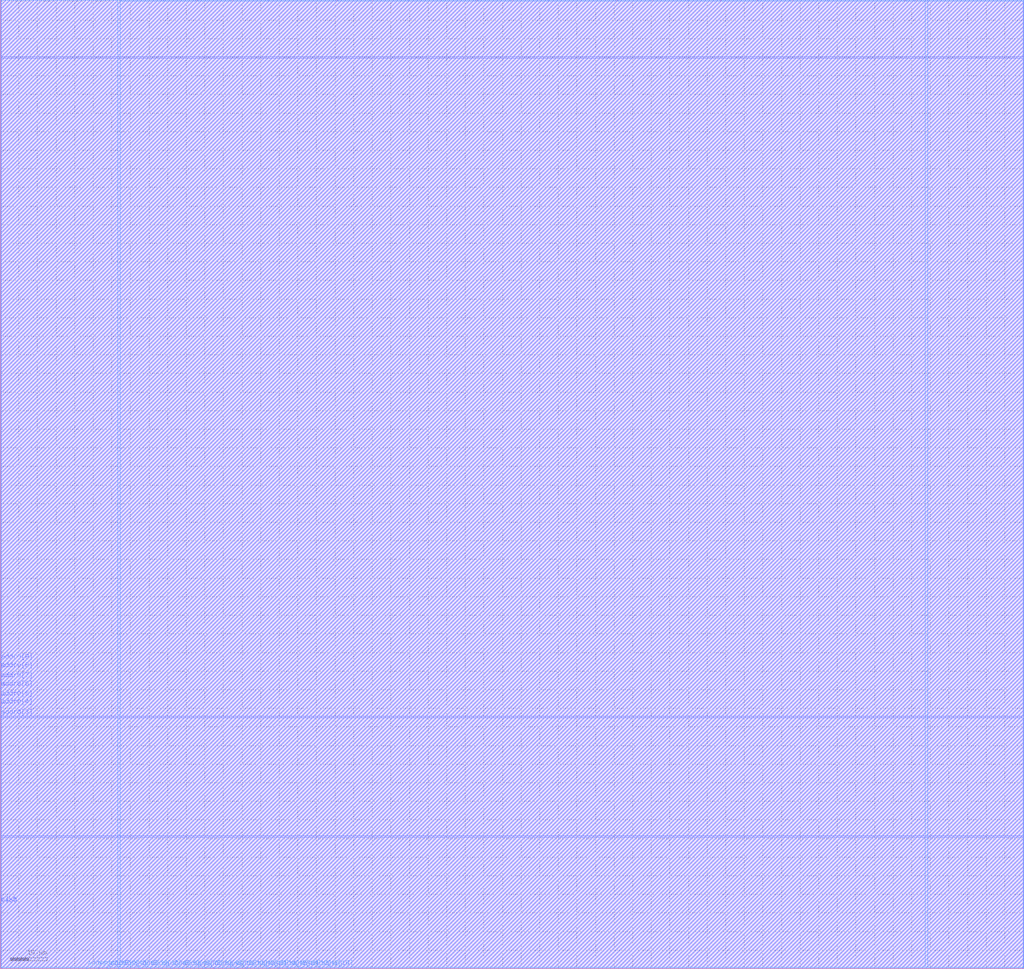
<source format=lef>
VERSION 5.4 ;
NAMESCASESENSITIVE ON ;
BUSBITCHARS "[]" ;
DIVIDERCHAR "/" ;
UNITS
  DATABASE MICRONS 2000 ;
END UNITS
MACRO sram_0rw1r1w_20_1024_freepdk45
   CLASS BLOCK ;
   SIZE 275.2 BY 260.45 ;
   SYMMETRY X Y R90 ;
   PIN din0[0]
      DIRECTION INPUT ;
      PORT
         LAYER metal4 ;
         RECT  31.85 0.0 31.99 0.14 ;
      END
   END din0[0]
   PIN din0[1]
      DIRECTION INPUT ;
      PORT
         LAYER metal4 ;
         RECT  34.71 0.0 34.85 0.14 ;
      END
   END din0[1]
   PIN din0[2]
      DIRECTION INPUT ;
      PORT
         LAYER metal4 ;
         RECT  37.57 0.0 37.71 0.14 ;
      END
   END din0[2]
   PIN din0[3]
      DIRECTION INPUT ;
      PORT
         LAYER metal4 ;
         RECT  40.43 0.0 40.57 0.14 ;
      END
   END din0[3]
   PIN din0[4]
      DIRECTION INPUT ;
      PORT
         LAYER metal4 ;
         RECT  43.29 0.0 43.43 0.14 ;
      END
   END din0[4]
   PIN din0[5]
      DIRECTION INPUT ;
      PORT
         LAYER metal4 ;
         RECT  46.15 0.0 46.29 0.14 ;
      END
   END din0[5]
   PIN din0[6]
      DIRECTION INPUT ;
      PORT
         LAYER metal4 ;
         RECT  49.01 0.0 49.15 0.14 ;
      END
   END din0[6]
   PIN din0[7]
      DIRECTION INPUT ;
      PORT
         LAYER metal4 ;
         RECT  51.87 0.0 52.01 0.14 ;
      END
   END din0[7]
   PIN din0[8]
      DIRECTION INPUT ;
      PORT
         LAYER metal4 ;
         RECT  54.73 0.0 54.87 0.14 ;
      END
   END din0[8]
   PIN din0[9]
      DIRECTION INPUT ;
      PORT
         LAYER metal4 ;
         RECT  57.59 0.0 57.73 0.14 ;
      END
   END din0[9]
   PIN din0[10]
      DIRECTION INPUT ;
      PORT
         LAYER metal4 ;
         RECT  60.45 0.0 60.59 0.14 ;
      END
   END din0[10]
   PIN din0[11]
      DIRECTION INPUT ;
      PORT
         LAYER metal4 ;
         RECT  63.31 0.0 63.45 0.14 ;
      END
   END din0[11]
   PIN din0[12]
      DIRECTION INPUT ;
      PORT
         LAYER metal4 ;
         RECT  66.17 0.0 66.31 0.14 ;
      END
   END din0[12]
   PIN din0[13]
      DIRECTION INPUT ;
      PORT
         LAYER metal4 ;
         RECT  69.03 0.0 69.17 0.14 ;
      END
   END din0[13]
   PIN din0[14]
      DIRECTION INPUT ;
      PORT
         LAYER metal4 ;
         RECT  71.89 0.0 72.03 0.14 ;
      END
   END din0[14]
   PIN din0[15]
      DIRECTION INPUT ;
      PORT
         LAYER metal4 ;
         RECT  74.75 0.0 74.89 0.14 ;
      END
   END din0[15]
   PIN din0[16]
      DIRECTION INPUT ;
      PORT
         LAYER metal4 ;
         RECT  77.61 0.0 77.75 0.14 ;
      END
   END din0[16]
   PIN din0[17]
      DIRECTION INPUT ;
      PORT
         LAYER metal4 ;
         RECT  80.47 0.0 80.61 0.14 ;
      END
   END din0[17]
   PIN din0[18]
      DIRECTION INPUT ;
      PORT
         LAYER metal4 ;
         RECT  83.33 0.0 83.47 0.14 ;
      END
   END din0[18]
   PIN din0[19]
      DIRECTION INPUT ;
      PORT
         LAYER metal4 ;
         RECT  86.19 0.0 86.33 0.14 ;
      END
   END din0[19]
   PIN addr0[0]
      DIRECTION INPUT ;
      PORT
         LAYER metal4 ;
         RECT  23.27 0.0 23.41 0.14 ;
      END
   END addr0[0]
   PIN addr0[1]
      DIRECTION INPUT ;
      PORT
         LAYER metal4 ;
         RECT  26.13 0.0 26.27 0.14 ;
      END
   END addr0[1]
   PIN addr0[2]
      DIRECTION INPUT ;
      PORT
         LAYER metal4 ;
         RECT  28.99 0.0 29.13 0.14 ;
      END
   END addr0[2]
   PIN addr0[3]
      DIRECTION INPUT ;
      PORT
         LAYER metal3 ;
         RECT  0.0 67.57 0.14 67.71 ;
      END
   END addr0[3]
   PIN addr0[4]
      DIRECTION INPUT ;
      PORT
         LAYER metal3 ;
         RECT  0.0 70.3 0.14 70.44 ;
      END
   END addr0[4]
   PIN addr0[5]
      DIRECTION INPUT ;
      PORT
         LAYER metal3 ;
         RECT  0.0 72.51 0.14 72.65 ;
      END
   END addr0[5]
   PIN addr0[6]
      DIRECTION INPUT ;
      PORT
         LAYER metal3 ;
         RECT  0.0 75.24 0.14 75.38 ;
      END
   END addr0[6]
   PIN addr0[7]
      DIRECTION INPUT ;
      PORT
         LAYER metal3 ;
         RECT  0.0 77.45 0.14 77.59 ;
      END
   END addr0[7]
   PIN addr0[8]
      DIRECTION INPUT ;
      PORT
         LAYER metal3 ;
         RECT  0.0 80.18 0.14 80.32 ;
      END
   END addr0[8]
   PIN addr0[9]
      DIRECTION INPUT ;
      PORT
         LAYER metal3 ;
         RECT  0.0 82.39 0.14 82.53 ;
      END
   END addr0[9]
   PIN addr1[0]
      DIRECTION INPUT ;
      PORT
         LAYER metal4 ;
         RECT  248.93 260.31 249.07 260.45 ;
      END
   END addr1[0]
   PIN addr1[1]
      DIRECTION INPUT ;
      PORT
         LAYER metal4 ;
         RECT  246.07 260.31 246.21 260.45 ;
      END
   END addr1[1]
   PIN addr1[2]
      DIRECTION INPUT ;
      PORT
         LAYER metal4 ;
         RECT  243.21 260.31 243.35 260.45 ;
      END
   END addr1[2]
   PIN addr1[3]
      DIRECTION INPUT ;
      PORT
         LAYER metal3 ;
         RECT  275.06 35.46 275.2 35.6 ;
      END
   END addr1[3]
   PIN addr1[4]
      DIRECTION INPUT ;
      PORT
         LAYER metal3 ;
         RECT  275.06 32.73 275.2 32.87 ;
      END
   END addr1[4]
   PIN addr1[5]
      DIRECTION INPUT ;
      PORT
         LAYER metal3 ;
         RECT  275.06 30.52 275.2 30.66 ;
      END
   END addr1[5]
   PIN addr1[6]
      DIRECTION INPUT ;
      PORT
         LAYER metal3 ;
         RECT  275.06 27.79 275.2 27.93 ;
      END
   END addr1[6]
   PIN addr1[7]
      DIRECTION INPUT ;
      PORT
         LAYER metal3 ;
         RECT  275.06 25.58 275.2 25.72 ;
      END
   END addr1[7]
   PIN addr1[8]
      DIRECTION INPUT ;
      PORT
         LAYER metal3 ;
         RECT  275.06 22.85 275.2 22.99 ;
      END
   END addr1[8]
   PIN addr1[9]
      DIRECTION INPUT ;
      PORT
         LAYER metal3 ;
         RECT  275.06 20.64 275.2 20.78 ;
      END
   END addr1[9]
   PIN csb0
      DIRECTION INPUT ;
      PORT
         LAYER metal3 ;
         RECT  0.0 17.0 0.14 17.14 ;
      END
   END csb0
   PIN csb1
      DIRECTION INPUT ;
      PORT
         LAYER metal3 ;
         RECT  275.06 244.84 275.2 244.98 ;
      END
   END csb1
   PIN clk0
      DIRECTION INPUT ;
      PORT
         LAYER metal3 ;
         RECT  0.0 17.235 0.14 17.375 ;
      END
   END clk0
   PIN clk1
      DIRECTION INPUT ;
      PORT
         LAYER metal3 ;
         RECT  275.06 244.605 275.2 244.745 ;
      END
   END clk1
   PIN dout1[0]
      DIRECTION OUTPUT ;
      PORT
         LAYER metal4 ;
         RECT  43.46 260.31 43.6 260.45 ;
      END
   END dout1[0]
   PIN dout1[1]
      DIRECTION OUTPUT ;
      PORT
         LAYER metal4 ;
         RECT  52.86 260.31 53.0 260.45 ;
      END
   END dout1[1]
   PIN dout1[2]
      DIRECTION OUTPUT ;
      PORT
         LAYER metal4 ;
         RECT  62.26 260.31 62.4 260.45 ;
      END
   END dout1[2]
   PIN dout1[3]
      DIRECTION OUTPUT ;
      PORT
         LAYER metal4 ;
         RECT  71.66 260.31 71.8 260.45 ;
      END
   END dout1[3]
   PIN dout1[4]
      DIRECTION OUTPUT ;
      PORT
         LAYER metal4 ;
         RECT  81.06 260.31 81.2 260.45 ;
      END
   END dout1[4]
   PIN dout1[5]
      DIRECTION OUTPUT ;
      PORT
         LAYER metal4 ;
         RECT  90.46 260.31 90.6 260.45 ;
      END
   END dout1[5]
   PIN dout1[6]
      DIRECTION OUTPUT ;
      PORT
         LAYER metal4 ;
         RECT  99.86 260.31 100.0 260.45 ;
      END
   END dout1[6]
   PIN dout1[7]
      DIRECTION OUTPUT ;
      PORT
         LAYER metal4 ;
         RECT  109.26 260.31 109.4 260.45 ;
      END
   END dout1[7]
   PIN dout1[8]
      DIRECTION OUTPUT ;
      PORT
         LAYER metal4 ;
         RECT  118.66 260.31 118.8 260.45 ;
      END
   END dout1[8]
   PIN dout1[9]
      DIRECTION OUTPUT ;
      PORT
         LAYER metal4 ;
         RECT  128.06 260.31 128.2 260.45 ;
      END
   END dout1[9]
   PIN dout1[10]
      DIRECTION OUTPUT ;
      PORT
         LAYER metal4 ;
         RECT  137.46 260.31 137.6 260.45 ;
      END
   END dout1[10]
   PIN dout1[11]
      DIRECTION OUTPUT ;
      PORT
         LAYER metal4 ;
         RECT  146.86 260.31 147.0 260.45 ;
      END
   END dout1[11]
   PIN dout1[12]
      DIRECTION OUTPUT ;
      PORT
         LAYER metal4 ;
         RECT  156.26 260.31 156.4 260.45 ;
      END
   END dout1[12]
   PIN dout1[13]
      DIRECTION OUTPUT ;
      PORT
         LAYER metal4 ;
         RECT  165.66 260.31 165.8 260.45 ;
      END
   END dout1[13]
   PIN dout1[14]
      DIRECTION OUTPUT ;
      PORT
         LAYER metal4 ;
         RECT  175.06 260.31 175.2 260.45 ;
      END
   END dout1[14]
   PIN dout1[15]
      DIRECTION OUTPUT ;
      PORT
         LAYER metal4 ;
         RECT  184.46 260.31 184.6 260.45 ;
      END
   END dout1[15]
   PIN dout1[16]
      DIRECTION OUTPUT ;
      PORT
         LAYER metal4 ;
         RECT  193.86 260.31 194.0 260.45 ;
      END
   END dout1[16]
   PIN dout1[17]
      DIRECTION OUTPUT ;
      PORT
         LAYER metal4 ;
         RECT  203.26 260.31 203.4 260.45 ;
      END
   END dout1[17]
   PIN dout1[18]
      DIRECTION OUTPUT ;
      PORT
         LAYER metal4 ;
         RECT  212.66 260.31 212.8 260.45 ;
      END
   END dout1[18]
   PIN dout1[19]
      DIRECTION OUTPUT ;
      PORT
         LAYER metal4 ;
         RECT  222.06 260.31 222.2 260.45 ;
      END
   END dout1[19]
   PIN vdd
      DIRECTION INOUT ;
      USE POWER ; 
      SHAPE ABUTMENT ; 
      PORT
      END
   END vdd
   PIN gnd
      DIRECTION INOUT ;
      USE GROUND ; 
      SHAPE ABUTMENT ; 
      PORT
      END
   END gnd
   OBS
   LAYER  metal1 ;
      RECT  0.14 0.14 275.06 260.31 ;
   LAYER  metal2 ;
      RECT  0.14 0.14 275.06 260.31 ;
   LAYER  metal3 ;
      RECT  0.28 67.43 275.06 67.85 ;
      RECT  0.14 67.85 0.28 70.16 ;
      RECT  0.14 70.58 0.28 72.37 ;
      RECT  0.14 72.79 0.28 75.1 ;
      RECT  0.14 75.52 0.28 77.31 ;
      RECT  0.14 77.73 0.28 80.04 ;
      RECT  0.14 80.46 0.28 82.25 ;
      RECT  0.14 82.67 0.28 260.31 ;
      RECT  0.28 0.14 274.92 35.32 ;
      RECT  0.28 35.32 274.92 35.74 ;
      RECT  0.28 35.74 274.92 67.43 ;
      RECT  274.92 35.74 275.06 67.43 ;
      RECT  274.92 33.01 275.06 35.32 ;
      RECT  274.92 30.8 275.06 32.59 ;
      RECT  274.92 28.07 275.06 30.38 ;
      RECT  274.92 25.86 275.06 27.65 ;
      RECT  274.92 23.13 275.06 25.44 ;
      RECT  274.92 0.14 275.06 20.5 ;
      RECT  274.92 20.92 275.06 22.71 ;
      RECT  0.14 0.14 0.28 16.86 ;
      RECT  0.28 67.85 274.92 244.7 ;
      RECT  0.28 244.7 274.92 245.12 ;
      RECT  0.28 245.12 274.92 260.31 ;
      RECT  274.92 245.12 275.06 260.31 ;
      RECT  0.14 17.515 0.28 67.43 ;
      RECT  274.92 67.85 275.06 244.465 ;
   LAYER  metal4 ;
      RECT  0.14 0.42 31.57 260.31 ;
      RECT  31.57 0.42 32.27 260.31 ;
      RECT  32.27 0.14 34.43 0.42 ;
      RECT  35.13 0.14 37.29 0.42 ;
      RECT  37.99 0.14 40.15 0.42 ;
      RECT  40.85 0.14 43.01 0.42 ;
      RECT  43.71 0.14 45.87 0.42 ;
      RECT  46.57 0.14 48.73 0.42 ;
      RECT  49.43 0.14 51.59 0.42 ;
      RECT  52.29 0.14 54.45 0.42 ;
      RECT  55.15 0.14 57.31 0.42 ;
      RECT  58.01 0.14 60.17 0.42 ;
      RECT  60.87 0.14 63.03 0.42 ;
      RECT  63.73 0.14 65.89 0.42 ;
      RECT  66.59 0.14 68.75 0.42 ;
      RECT  69.45 0.14 71.61 0.42 ;
      RECT  72.31 0.14 74.47 0.42 ;
      RECT  75.17 0.14 77.33 0.42 ;
      RECT  78.03 0.14 80.19 0.42 ;
      RECT  80.89 0.14 83.05 0.42 ;
      RECT  83.75 0.14 85.91 0.42 ;
      RECT  86.61 0.14 275.06 0.42 ;
      RECT  0.14 0.14 22.99 0.42 ;
      RECT  23.69 0.14 25.85 0.42 ;
      RECT  26.55 0.14 28.71 0.42 ;
      RECT  29.41 0.14 31.57 0.42 ;
      RECT  32.27 0.42 248.65 260.03 ;
      RECT  248.65 0.42 249.35 260.03 ;
      RECT  249.35 0.42 275.06 260.03 ;
      RECT  249.35 260.03 275.06 260.31 ;
      RECT  246.49 260.03 248.65 260.31 ;
      RECT  243.63 260.03 245.79 260.31 ;
      RECT  32.27 260.03 43.18 260.31 ;
      RECT  43.88 260.03 52.58 260.31 ;
      RECT  53.28 260.03 61.98 260.31 ;
      RECT  62.68 260.03 71.38 260.31 ;
      RECT  72.08 260.03 80.78 260.31 ;
      RECT  81.48 260.03 90.18 260.31 ;
      RECT  90.88 260.03 99.58 260.31 ;
      RECT  100.28 260.03 108.98 260.31 ;
      RECT  109.68 260.03 118.38 260.31 ;
      RECT  119.08 260.03 127.78 260.31 ;
      RECT  128.48 260.03 137.18 260.31 ;
      RECT  137.88 260.03 146.58 260.31 ;
      RECT  147.28 260.03 155.98 260.31 ;
      RECT  156.68 260.03 165.38 260.31 ;
      RECT  166.08 260.03 174.78 260.31 ;
      RECT  175.48 260.03 184.18 260.31 ;
      RECT  184.88 260.03 193.58 260.31 ;
      RECT  194.28 260.03 202.98 260.31 ;
      RECT  203.68 260.03 212.38 260.31 ;
      RECT  213.08 260.03 221.78 260.31 ;
      RECT  222.48 260.03 242.93 260.31 ;
   END
END    sram_0rw1r1w_20_1024_freepdk45
END    LIBRARY

</source>
